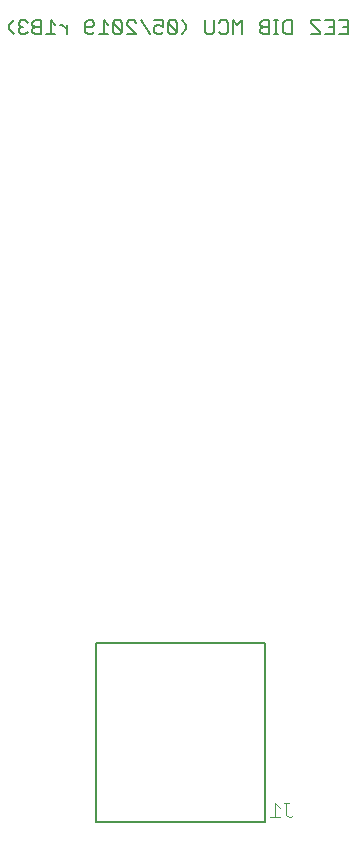
<source format=gbo>
G75*
%MOIN*%
%OFA0B0*%
%FSLAX25Y25*%
%IPPOS*%
%LPD*%
%AMOC8*
5,1,8,0,0,1.08239X$1,22.5*
%
%ADD10C,0.00500*%
%ADD11C,0.00400*%
D10*
X0241660Y0157201D02*
X0297762Y0157201D01*
X0297762Y0217043D01*
X0241660Y0217043D01*
X0241660Y0157201D01*
X0242544Y0419961D02*
X0245546Y0419961D01*
X0244045Y0419961D02*
X0244045Y0424465D01*
X0245546Y0422964D01*
X0247148Y0423715D02*
X0250150Y0420712D01*
X0249400Y0419961D01*
X0247898Y0419961D01*
X0247148Y0420712D01*
X0247148Y0423715D01*
X0247898Y0424465D01*
X0249400Y0424465D01*
X0250150Y0423715D01*
X0250150Y0420712D01*
X0251752Y0419961D02*
X0254754Y0419961D01*
X0251752Y0422964D01*
X0251752Y0423715D01*
X0252502Y0424465D01*
X0254004Y0424465D01*
X0254754Y0423715D01*
X0256356Y0424465D02*
X0259358Y0419961D01*
X0260960Y0420712D02*
X0261710Y0419961D01*
X0263211Y0419961D01*
X0263962Y0420712D01*
X0263962Y0422213D02*
X0262461Y0422964D01*
X0261710Y0422964D01*
X0260960Y0422213D01*
X0260960Y0420712D01*
X0263962Y0422213D02*
X0263962Y0424465D01*
X0260960Y0424465D01*
X0265563Y0423715D02*
X0268566Y0420712D01*
X0267815Y0419961D01*
X0266314Y0419961D01*
X0265563Y0420712D01*
X0265563Y0423715D01*
X0266314Y0424465D01*
X0267815Y0424465D01*
X0268566Y0423715D01*
X0268566Y0420712D01*
X0270134Y0419961D02*
X0271635Y0421463D01*
X0271635Y0422964D01*
X0270134Y0424465D01*
X0277841Y0424465D02*
X0277841Y0420712D01*
X0278591Y0419961D01*
X0280093Y0419961D01*
X0280843Y0420712D01*
X0280843Y0424465D01*
X0282445Y0423715D02*
X0283195Y0424465D01*
X0284696Y0424465D01*
X0285447Y0423715D01*
X0285447Y0420712D01*
X0284696Y0419961D01*
X0283195Y0419961D01*
X0282445Y0420712D01*
X0287048Y0419961D02*
X0287048Y0424465D01*
X0288550Y0422964D01*
X0290051Y0424465D01*
X0290051Y0419961D01*
X0296256Y0420712D02*
X0297007Y0419961D01*
X0299259Y0419961D01*
X0299259Y0424465D01*
X0297007Y0424465D01*
X0296256Y0423715D01*
X0296256Y0422964D01*
X0297007Y0422213D01*
X0299259Y0422213D01*
X0297007Y0422213D02*
X0296256Y0421463D01*
X0296256Y0420712D01*
X0300827Y0419961D02*
X0302328Y0419961D01*
X0301577Y0419961D02*
X0301577Y0424465D01*
X0300827Y0424465D02*
X0302328Y0424465D01*
X0303930Y0423715D02*
X0304680Y0424465D01*
X0306932Y0424465D01*
X0306932Y0419961D01*
X0304680Y0419961D01*
X0303930Y0420712D01*
X0303930Y0423715D01*
X0313137Y0423715D02*
X0313137Y0424465D01*
X0316140Y0424465D01*
X0317741Y0424465D02*
X0320744Y0424465D01*
X0320744Y0419961D01*
X0317741Y0419961D01*
X0316140Y0419961D02*
X0313137Y0419961D01*
X0316140Y0419961D02*
X0316140Y0420712D01*
X0313137Y0423715D01*
X0319243Y0422213D02*
X0320744Y0422213D01*
X0322345Y0419961D02*
X0325348Y0419961D01*
X0325348Y0424465D01*
X0322345Y0424465D01*
X0323846Y0422213D02*
X0325348Y0422213D01*
X0240942Y0422964D02*
X0240192Y0422213D01*
X0237940Y0422213D01*
X0237940Y0420712D02*
X0237940Y0423715D01*
X0238691Y0424465D01*
X0240192Y0424465D01*
X0240942Y0423715D01*
X0240942Y0422964D01*
X0240942Y0420712D02*
X0240192Y0419961D01*
X0238691Y0419961D01*
X0237940Y0420712D01*
X0231735Y0419961D02*
X0231735Y0422964D01*
X0231735Y0421463D02*
X0230233Y0422964D01*
X0229483Y0422964D01*
X0227898Y0422964D02*
X0226397Y0424465D01*
X0226397Y0419961D01*
X0227898Y0419961D02*
X0224895Y0419961D01*
X0223294Y0419961D02*
X0221042Y0419961D01*
X0220292Y0420712D01*
X0220292Y0421463D01*
X0221042Y0422213D01*
X0223294Y0422213D01*
X0223294Y0419961D02*
X0223294Y0424465D01*
X0221042Y0424465D01*
X0220292Y0423715D01*
X0220292Y0422964D01*
X0221042Y0422213D01*
X0218690Y0420712D02*
X0217940Y0419961D01*
X0216438Y0419961D01*
X0215688Y0420712D01*
X0215688Y0421463D01*
X0216438Y0422213D01*
X0217189Y0422213D01*
X0216438Y0422213D02*
X0215688Y0422964D01*
X0215688Y0423715D01*
X0216438Y0424465D01*
X0217940Y0424465D01*
X0218690Y0423715D01*
X0214086Y0424465D02*
X0212585Y0422964D01*
X0212585Y0421463D01*
X0214086Y0419961D01*
D11*
X0301154Y0163524D02*
X0301154Y0158920D01*
X0299620Y0158920D02*
X0302689Y0158920D01*
X0304991Y0159688D02*
X0304991Y0163524D01*
X0305758Y0163524D02*
X0304224Y0163524D01*
X0302689Y0161990D02*
X0301154Y0163524D01*
X0304991Y0159688D02*
X0305758Y0158920D01*
X0306526Y0158920D01*
X0307293Y0159688D01*
M02*

</source>
